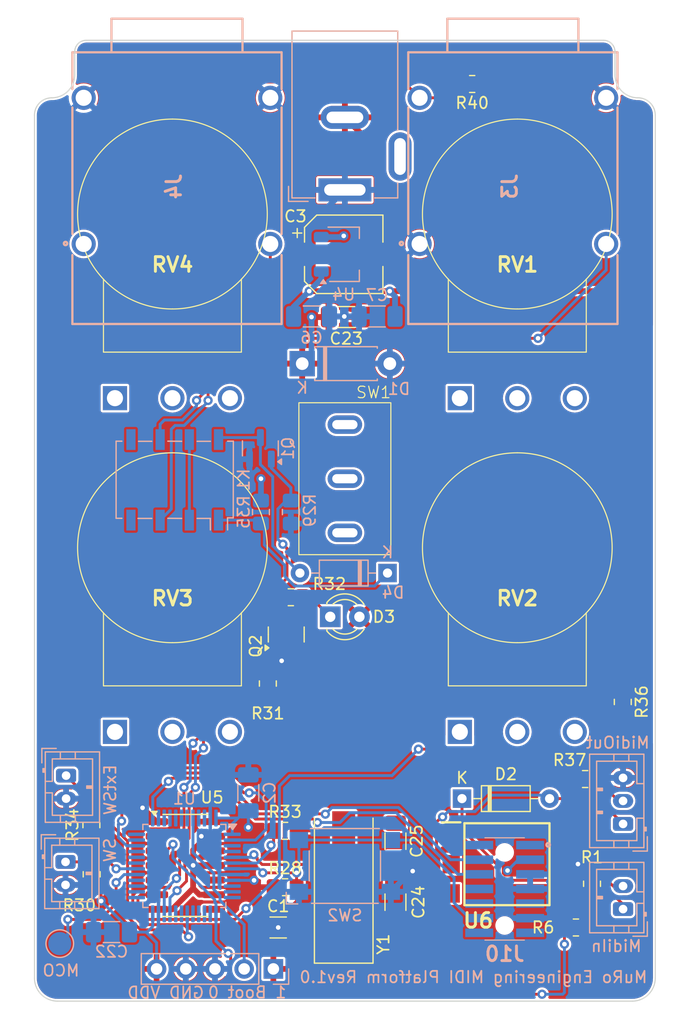
<source format=kicad_pcb>
(kicad_pcb (version 20240108) (generator "pcbnew") (generator_version "8.0")
  (layers (0 "F.Cu" signal) (31 "B.Cu" signal) (34 "B.Paste" user) (35 "F.Paste" user) (36 "B.SilkS" user "B.Silkscreen") (37 "F.SilkS" user "F.Silkscreen") (38 "B.Mask" user) (39 "F.Mask" user) (44 "Edge.Cuts" user))
  (net 0 "")
  (net 1 "GND")
  (net 2 "Net-(D4-K)")
  (net 3 "/MCU/nrst")
  (net 4 "/MidiSig")
  (net 5 "/out_sig")
  (net 8 "/VDD3V3")
  (net 9 "/MCU/OSC_IN")
  (net 10 "Net-(C25-Pad1)")
  (net 12 "/MCU/boot0")
  (net 13 "/MCU/SWDIO")
  (net 14 "/MCU/SWCLK")
  (net 15 "/ExtSW")
  (net 16 "Net-(J9-Pin_2)")
  (net 17 "Net-(J9-Pin_1)")
  (net 18 "/MCU/OSC_OUT")
  (net 19 "/MIDI_TX")
  (net 20 "/SW")
  (net 21 "Net-(U1-PA8)")
  (net 26 "/Relay")
  (net 29 "/LED")
  (net 30 "/VDD")
  (net 31 "/in_sig")
  (net 41 "Net-(D2-A)")
  (net 42 "Net-(D2-K)")
  (net 43 "Net-(D3-K)")
  (net 45 "Net-(J2-Pin_1)")
  (net 46 "Net-(J3-PadT)")
  (net 48 "Net-(J4-PadT)")
  (net 49 "Net-(K1-Pad2)")
  (net 57 "Net-(D4-A)")
  (net 58 "Net-(Q2-D)")
  (net 59 "/InConn")
  (net 62 "/MCU/MIDI_TX")
  (net 85 "Net-(U5-Pad4)")
  (footprint "Resistor_SMD:R_0805_2012Metric_Pad1.20x1.40mm_HandSolder" (layer "F.Cu") (at 40.3 77.4 -90)
    (property "Reference" "R31")
    (property "Value" "100k")
  )
  (footprint "Components:Switch_SPDT" (layer "F.Cu") (at 47 59.6)
    (property "Reference" "SW1")
    (property "Value" "SW_SPDT")
  )
  (footprint "Capacitor_SMD:C_1206_3216Metric_Pad1.33x1.80mm_HandSolder" (layer "F.Cu") (at 47.1375 45.55)
    (property "Reference" "C23")
    (property "Value" "100n")
  )
  (footprint "Resistor_SMD:R_0805_2012Metric_Pad1.20x1.40mm_HandSolder" (layer "F.Cu") (at 24.95 89.7 90)
    (property "Reference" "R34")
    (property "Value" "10k")
  )
  (footprint "Components:RV16AF_Mono" (layer "F.Cu") (at 57 81.6)
    (property "Reference" "RV2")
    (property "Value" "B100k" (hide yes))
  )
  (footprint "Resistor_SMD:R_0805_2012Metric_Pad1.20x1.40mm_HandSolder" (layer "F.Cu") (at 42.3 69.9 180)
    (property "Reference" "R32")
    (property "Value" "1k5")
  )
  (footprint "Components:RV16AF_Mono" (layer "F.Cu") (at 57 52.6)
    (property "Reference" "RV1")
    (property "Value" "B100k" (hide yes))
  )
  (footprint "Package_TO_SOT_SMD:SOT-23" (layer "F.Cu") (at 41.9 73.1375 90)
    (property "Reference" "Q2")
    (property "Value" "2N7002")
  )
  (footprint "Package_SO:SO-14_3.9x8.65mm_P1.27mm" (layer "F.Cu") (at 33.125 93.21)
    (property "Reference" "U5")
    (property "Value" "74HC14")
  )
  (footprint "Resistor_SMD:R_0805_2012Metric_Pad1.20x1.40mm_HandSolder" (layer "F.Cu") (at 24.975 93.975 90)
    (property "Reference" "R30")
    (property "Value" "10k")
  )
  (footprint "Diode_THT:D_DO-35_SOD27_P7.62mm_Horizontal" (layer "F.Cu") (at 57.19 87.4)
    (property "Reference" "D2")
    (property "Value" "1N914")
  )
  (footprint "Capacitor_SMD:C_1206_3216Metric_Pad1.33x1.80mm_HandSolder" (layer "F.Cu") (at 41.2 98.6)
    (property "Reference" "C1")
    (property "Value" "100n")
  )
  (footprint "Resistor_SMD:R_0805_2012Metric_Pad1.20x1.40mm_HandSolder" (layer "F.Cu") (at 67.9 85.7)
    (property "Reference" "R37")
    (property "Value" "33")
  )
  (footprint "Capacitor_SMD:C_1206_3216Metric_Pad1.33x1.80mm_HandSolder" (layer "F.Cu") (at 51.4 96.4 90)
    (property "Reference" "C24")
    (property "Value" "16p")
  )
  (footprint "Resistor_SMD:R_0805_2012Metric_Pad1.20x1.40mm_HandSolder" (layer "F.Cu") (at 67.1 98.6)
    (property "Reference" "R6")
    (property "Value" "280")
  )
  (footprint "Crystal:Crystal_SMD_HC49-SD" (layer "F.Cu") (at 46.9 95 90)
    (property "Reference" "Y1")
    (property "Value" "8MHz")
  )
  (footprint "Resistor_SMD:R_0805_2012Metric_Pad1.20x1.40mm_HandSolder" (layer "F.Cu") (at 41.8 95.1)
    (property "Reference" "R28")
    (property "Value" "10k")
  )
  (footprint "Components:RV16AF_Mono" (layer "F.Cu") (at 27 52.6)
    (property "Reference" "RV4")
    (property "Value" "B100k" (hide yes))
  )
  (footprint "Resistor_SMD:R_0805_2012Metric_Pad1.20x1.40mm_HandSolder" (layer "F.Cu") (at 71.175 79 -90)
    (property "Reference" "R36")
    (property "Value" "10")
  )
  (footprint "Resistor_SMD:R_0805_2012Metric_Pad1.20x1.40mm_HandSolder" (layer "F.Cu") (at 58.075 25.3 180)
    (property "Reference" "R40")
    (property "Value" "10k")
  )
  (footprint "LED_THT:LED_D3.0mm" (layer "F.Cu") (at 45.725 71.6)
    (property "Reference" "D3")
    (property "Value" "LED")
  )
  (footprint "Resistor_SMD:R_0805_2012Metric_Pad1.20x1.40mm_HandSolder" (layer "F.Cu") (at 41.8 90.2)
    (property "Reference" "R33")
    (property "Value" "390")
  )
  (footprint "Components:RV16AF_Mono" (layer "F.Cu") (at 27 81.6)
    (property "Reference" "RV3")
    (property "Value" "B100k" (hide yes))
  )
  (footprint "Capacitor_SMD:CP_Elec_6.3x5.8" (layer "F.Cu") (at 46.9 40.1)
    (property "Reference" "C3")
    (property "Value" "47u")
  )
  (footprint "Components:H11L1SM" (layer "F.Cu") (at 61.1 93.1)
    (property "Reference" "U6")
    (property "Value" "H11L1" (hide yes))
  )
  (footprint "Capacitor_SMD:C_1206_3216Metric_Pad1.33x1.80mm_HandSolder" (layer "F.Cu") (at 51.4 91.1 -90)
    (property "Reference" "C25")
    (property "Value" "16p")
  )
  (footprint "Resistor_SMD:R_0805_2012Metric_Pad1.20x1.40mm_HandSolder" (layer "F.Cu") (at 68.5 94.8 -90)
    (property "Reference" "R1")
    (property "Value" "220")
  )
  (footprint "TestPoint:TestPoint_Pad_D2.0mm" (layer "B.Cu") (at 22.2 100 180)
    (property "Reference" "TP_MCO1" (hide yes))
    (property "Value" "TestPoint")
  )
  (footprint "Components:FTSH-107-XX-YYY-DV-K-A" (layer "B.Cu") (at 60.9 95.25 -90)
    (property "Reference" "J10")
    (property "Value" "Conn_02x07_Odd_Even" (hide yes))
  )
  (footprint "Capacitor_SMD:C_1206_3216Metric_Pad1.33x1.80mm_HandSolder" (layer "B.Cu") (at 49.8 45.5 180)
    (property "Reference" "C7")
    (property "Value" "100n")
  )
  (footprint "Connector_JST:JST_PH_B2B-PH-K_1x02_P2.00mm_Vertical" (layer "B.Cu") (at 22.7 92.9 -90)
    (property "Reference" "J5" (hide yes))
    (property "Value" "Conn_01x02")
  )
  (footprint "Package_TO_SOT_SMD:SOT-23" (layer "B.Cu") (at 39.65 56.9625 90)
    (property "Reference" "Q1")
    (property "Value" "2N7002")
  )
  (footprint "Button_Switch_SMD:SW_SPST_Omron_B3FS-100xP" (layer "B.Cu") (at 47 93.25)
    (property "Reference" "SW2")
    (property "Value" "SW_Push")
  )
  (footprint "Diode_THT:D_DO-35_SOD27_P7.62mm_Horizontal" (layer "B.Cu") (at 50.71 67.8 180)
    (property "Reference" "D4")
    (property "Value" "1N4148")
  )
  (footprint "Capacitor_SMD:C_1206_3216Metric_Pad1.33x1.80mm_HandSolder" (layer "B.Cu") (at 26.7 99 180)
    (property "Reference" "C22")
    (property "Value" "100n")
  )
  (footprint "Connector_JST:JST_PH_B3B-PH-K_1x03_P2.00mm_Vertical" (layer "B.Cu") (at 71.2 89.6 90)
    (property "Reference" "J9" (hide yes))
    (property "Value" "Conn_01x03")
  )
  (footprint "Relay_SMD:Relay_DPDT_Omron_G6K-2F" (layer "B.Cu") (at 32.2 59.7 90)
    (property "Reference" "K1")
    (property "Value" "G6K-2")
  )
  (footprint "Connector_PinHeader_2.54mm:PinHeader_1x05_P2.54mm_Vertical" (layer "B.Cu") (at 40.78 102.2 90)
    (property "Reference" "J6" (hide yes))
    (property "Value" "Conn_01x05")
  )
  (footprint "Connector_JST:JST_PH_B2B-PH-K_1x02_P2.00mm_Vertical" (layer "B.Cu") (at 22.75 85.4 -90)
    (property "Reference" "J8" (hide yes))
    (property "Value" "Conn_01x02")
  )
  (footprint "Diode_THT:D_DO-41_SOD81_P7.62mm_Horizontal" (layer "B.Cu") (at 43.29 49.6)
    (property "Reference" "D1")
    (property "Value" "1N4001")
  )
  (footprint "Resistor_SMD:R_0805_2012Metric_Pad1.20x1.40mm_HandSolder" (layer "B.Cu") (at 39.7 62.5 -90)
    (property "Reference" "R35")
    (property "Value" "180")
  )
  (footprint "Capacitor_SMD:C_1206_3216Metric_Pad1.33x1.80mm_HandSolder" (layer "B.Cu") (at 44.1 45.5)
    (property "Reference" "C6")
    (property "Value" "4u7")
  )
  (footprint "Resistor_SMD:R_0805_2012Metric_Pad1.20x1.40mm_HandSolder" (layer "B.Cu") (at 42.3 62.5 -90)
    (property "Reference" "R29")
    (property "Value" "100k")
  )
  (footprint "Package_QFP:LQFP-48_7x7mm_P0.5mm" (layer "B.Cu") (at 33.0375 93.25 180)
    (property "Reference" "U1")
    (property "Value" "STM32F030C8Tx")
  )
  (footprint "Components:NMJ4HCD2" (layer "B.Cu") (at 61.615 22.545 90)
    (property "Reference" "J3")
    (property "Value" "AudioJack2_Switch" (hide yes))
  )
  (footprint "Capacitor_SMD:C_1206_3216Metric_Pad1.33x1.80mm_HandSolder" (layer "B.Cu") (at 38.6 86.9 90)
    (property "Reference" "C2")
    (property "Value" "100n")
  )
  (footprint "Connector_JST:JST_PH_B2B-PH-K_1x02_P2.00mm_Vertical" (layer "B.Cu") (at 71.2 97 90)
    (property "Reference" "J2" (hide yes))
    (property "Value" "Conn_01x02")
  )
  (footprint "Package_TO_SOT_SMD:SOT-89-3" (layer "B.Cu") (at 46.9 40.1)
    (property "Reference" "U4")
    (property "Value" "L78L33_SOT89")
  )
  (footprint "Components:NMJ4HCD2" (layer "B.Cu") (at 32.39566 22.545 90)
    (property "Reference" "J4")
    (property "Value" "AudioJack2_Switch" (hide yes))
  )
  (footprint "Connector_BarrelJack:BarrelJack_GCT_DCJ200-10-A_Horizontal" (layer "B.Cu") (at 47 34.5)
    (property "Reference" "J1" (hide yes))
    (property "Value" "Barrel_Jack_Switch")
  )
  (gr_arc (start 72.5 26.5) (mid 71.085786 25.914214) (end 70.5 24.5) (stroke (width 0.1)) (layer "Edge.Cuts"))
  (gr_line (start 74 28) (end 74 103) (stroke (width 0.1)) (layer "Edge.Cuts"))
  (gr_arc (start 72.5 26.5) (mid 73.56066 26.93934) (end 74 28) (stroke (width 0.1)) (layer "Edge.Cuts"))
  (gr_line (start 70.5 24.5) (end 70.5 22.5) (stroke (width 0.1)) (layer "Edge.Cuts"))
  (gr_arc (start 20 28) (mid 20.43934 26.93934) (end 21.5 26.5) (stroke (width 0.1)) (layer "Edge.Cuts"))
  (gr_line (start 23.5 24.5) (end 23.5 22.5) (stroke (width 0.1)) (layer "Edge.Cuts"))
  (gr_line (start 72 105) (end 22 105) (stroke (width 0.1)) (layer "Edge.Cuts"))
  (gr_arc (start 22 105) (mid 20.585786 104.414214) (end 20 103) (stroke (width 0.1)) (layer "Edge.Cuts"))
  (gr_arc (start 23.5 24.5) (mid 22.914214 25.914214) (end 21.5 26.5) (stroke (width 0.1)) (layer "Edge.Cuts"))
  (gr_arc (start 23.5 22.5) (mid 23.792893 21.792893) (end 24.5 21.5) (stroke (width 0.1)) (layer "Edge.Cuts"))
  (gr_arc (start 69.5 21.5) (mid 70.207107 21.792893) (end 70.5 22.5) (stroke (width 0.1)) (layer "Edge.Cuts"))
  (gr_arc (start 74 103) (mid 73.414214 104.414214) (end 72 105) (stroke (width 0.1)) (layer "Edge.Cuts"))
  (gr_line (start 20 103) (end 20 28) (stroke (width 0.1)) (layer "Edge.Cuts"))
  (gr_line (start 24.5 21.5) (end 69.5 21.5) (stroke (width 0.1)) (layer "Edge.Cuts"))
  (gr_text "MuRo Engineering MIDI Platform Rev1.0" (at 73.4 103.5 0) (layer "B.SilkS") (effects (font (size 1 1)) (justify left bottom mirror)))
  (gr_text "SW" (at 27.15 90.725 90) (layer "B.SilkS") (effects (font (size 1 1)) (justify left bottom mirror)))
  (gr_text "GND VDD" (at 34.85 104.85 0) (layer "B.SilkS") (effects (font (size 1 1)) (justify left bottom mirror)))
  (gr_text "1 Boot 0" (at 42 104.825 0) (layer "B.SilkS") (effects (font (size 1 1)) (justify left bottom mirror)))
  (gr_text "MidiOut" (at 73.6 83.125 0) (layer "B.SilkS") (effects (font (size 1 1)) (justify left bottom mirror)))
  (gr_text "ExtSW" (at 27.175 84.35 90) (layer "B.SilkS") (effects (font (size 1 1)) (justify left bottom mirror)))
  (gr_text "MCO" (at 24 102.925 0) (layer "B.SilkS") (effects (font (size 1 1)) (justify left bottom mirror)))
  (gr_text "MidiIn" (at 72.9 100.8 0) (layer "B.SilkS") (effects (font (size 1 1)) (justify left bottom mirror)))
  (segment (start 51.4 93.7) (end 52.9 93.7) (width 0.5) (layer "F.Cu") (net 1))
  (segment (start 33.8 91.875) (end 33.8 95.2) (width 0.5) (layer "F.Cu") (net 1))
  (segment (start 42.85 74.075) (end 41.5 75.425) (width 0.25) (layer "F.Cu") (net 1))
  (segment (start 35.6 90.67) (end 35.005 90.67) (width 0.5) (layer "F.Cu") (net 1))
  (segment (start 67.263809 93.1) (end 67.276045 93.087764) (width 0.25) (layer "F.Cu") (net 1))
  (segment (start 65.95 93.1) (end 67.263809 93.1) (width 0.25) (layer "F.Cu") (net 1))
  (segment (start 30.65 97.02) (end 31.98 97.02) (width 0.5) (layer "F.Cu") (net 1))
  (segment (start 34.35 95.75) (end 35.6 95.75) (width 0.5) (layer "F.Cu") (net 1))
  (segment (start 47 45.55) (end 46.95 45.5) (width 0.5) (layer "F.Cu") (net 1))
  (segment (start 51.4 93.7) (end 51.4 92.6625) (width 0.5) (layer "F.Cu") (net 1))
  (segment (start 51.4 94.8375) (end 51.4 93.7) (width 0.5) (layer "F.Cu") (net 1))
  (segment (start 52.64566 40.1) (end 53.51066 39.235) (width 0.5) (layer "F.Cu") (net 1))
  (segment (start 33.8 95.2) (end 34.35 95.75) (width 0.5) (layer "F.Cu") (net 1))
  (segment (start 41.5 77.2) (end 40.3 78.4) (width 0.25) (layer "F.Cu") (net 1))
  (segment (start 33.81 93.21) (end 33.8 93.2) (width 0.5) (layer "F.Cu") (net 1))
  (segment (start 31.98 97.02) (end 33.8 95.2) (width 0.5) (layer "F.Cu") (net 1))
  (segment (start 30.6 89.4) (end 29.4 88.2) (width 0.5) (layer "F.Cu") (net 1))
  (segment (start 48.7 45.55) (end 47 45.55) (width 0.5) (layer "F.Cu") (net 1))
  (segment (start 42.7625 98.6) (end 41.2 98.6) (width 0.25) (layer "F.Cu") (net 1))
  (segment (start 41.5 75.425) (end 41.5 77.2) (width 0.25) (layer "F.Cu") (net 1))
  (segment (start 35.005 90.67) (end 33.8 91.875) (width 0.5) (layer "F.Cu") (net 1))
  (segment (start 49.6 40.1) (end 52.64566 40.1) (width 0.5) (layer "F.Cu") (net 1))
  (segment (start 30.65 89.4) (end 30.6 89.4) (width 0.5) (layer "F.Cu") (net 1))
  (segment (start 35.6 90.67) (end 34.5125 90.67) (width 0.5) (layer "F.Cu") (net 1))
  (segment (start 35.6 93.21) (end 33.81 93.21) (width 0.5) (layer "F.Cu") (net 1))
  (via (at 46.95 45.5) (size 0.8) (drill 0.4) (layers "F.Cu" "B.Cu") (net 1))
  (via (at 34.5125 90.67) (size 0.8) (drill 0.4) (layers "F.Cu" "B.Cu") (net 1))
  (via (at 33.8 93.2) (size 0.8) (drill 0.4) (layers "F.Cu" "B.Cu") (net 1))
  (via (at 67.276045 93.087764) (size 0.8) (drill 0.4) (layers "F.Cu" "B.Cu") (net 1))
  (via (at 29.4 88.2) (size 0.8) (drill 0.4) (layers "F.Cu" "B.Cu") (net 1))
  (via (at 52.9 93.7) (size 0.8) (drill 0.4) (layers "F.Cu" "B.Cu") (net 1))
  (via (at 41.2 98.6) (size 0.8) (drill 0.4) (layers "F.Cu" "B.Cu") (net 1))
  (via (at 41.5 75.425) (size 0.8) (drill 0.4) (layers "F.Cu" "B.Cu") (net 1))
  (segment (start 29.4 88.2) (end 28.6 87.4) (width 0.5) (layer "B.Cu") (net 1))
  (segment (start 43 96.8) (end 43 95.5) (width 0.25) (layer "B.Cu") (net 1))
  (segment (start 46.95 45.5) (end 48.2375 45.5) (width 0.5) (layer "B.Cu") (net 1))
  (segment (start 45.0375 40.1) (end 42.8 40.1) (width 0.5) (layer "B.Cu") (net 1))
  (segment (start 28.6 87.4) (end 22.75 87.4) (width 0.5) (layer "B.Cu") (net 1))
  (segment (start 42.8 38.7) (end 47 34.5) (width 0.5) (layer "B.Cu") (net 1))
  (segment (start 45.0375 40.1) (end 52.64566 40.1) (width 0.5) (layer "B.Cu") (net 1))
  (segment (start 52.8 93.7) (end 51 95.5) (width 0.5) (layer "B.Cu") (net 1))
  (segment (start 52.64566 40.1) (end 53.51066 39.235) (width 0.5) (layer "B.Cu") (net 1))
  (segment (start 42.8 40.1) (end 42.8 38.7) (width 0.5) (layer "B.Cu") (net 1))
  (segment (start 45.6625 45.5) (end 46.95 45.5) (width 0.5) (layer "B.Cu") (net 1))
  (segment (start 52.9 93.7) (end 52.8 93.7) (width 0.5) (layer "B.Cu") (net 1))
  (segment (start 41.2 98.6) (end 43 96.8) (width 0.25) (layer "B.Cu") (net 1))
  (segment (start 50.71 67.8) (end 49.585 68.925) (width 0.25) (layer "B.Cu") (net 2))
  (segment (start 41.776803 67.123198) (end 41.176802 66.523198) (width 0.25) (layer "B.Cu") (net 2))
  (segment (start 39.4 63.2) (end 39.7 63.5) (width 0.25) (layer "B.Cu") (net 2))
  (segment (start 41.176802 66.523198) (end 40 65.346396) (width 0.25) (layer "B.Cu") (net 2))
  (segment (start 49.585 68.925) (end 42.624009 68.925) (width 0.25) (layer "B.Cu") (net 2))
  (segment (start 40 65.346396) (end 40 63.8) (width 0.25) (layer "B.Cu") (net 2))
  (segment (start 41.776803 68.077794) (end 41.776803 67.123198) (width 0.25) (layer "B.Cu") (net 2))
  (segment (start 42.624009 68.925) (end 41.776803 68.077794) (width 0.25) (layer "B.Cu") (net 2))
  (segment (start 36.01 63.2) (end 39.4 63.2) (width 0.25) (layer "B.Cu") (net 2))
  (segment (start 40 63.8) (end 39.7 63.5) (width 0.25) (layer "B.Cu") (net 2))
  (segment (start 42.8 95.1) (end 42.8 93.85) (width 0.25) (layer "F.Cu") (net 3))
  (segment (start 39.859933 93.85) (end 42.8 93.85) (width 0.25) (layer "F.Cu") (net 3))
  (segment (start 39.6375 98.6) (end 39.6375 98.0625) (width 0.25) (layer "F.Cu") (net 3))
  (segment (start 39.6375 98.0625) (end 40.9 96.8) (width 0.25) (layer "F.Cu") (net 3))
  (segment (start 42.8 96.3) (end 42.8 95.1) (width 0.25) (layer "F.Cu") (net 3))
  (segment (start 40.9 96.8) (end 42.3 96.8) (width 0.25) (layer "F.Cu") (net 3))
  (segment (start 42.3 96.8) (end 42.8 96.3) (width 0.25) (layer "F.Cu") (net 3))
  (via (at 39.859933 93.85) (size 0.8) (drill 0.4) (layers "F.Cu" "B.Cu") (net 3))
  (via (at 42.8 93.85) (size 0.8) (drill 0.4) (layers "F.Cu" "B.Cu") (net 3))
  (segment (start 39.509933 93.5) (end 39.859933 93.85) (width 0.25) (layer "B.Cu") (net 3))
  (segment (start 42.8 93.85) (end 42.8 93.4) (width 0.25) (layer "B.Cu") (net 3))
  (segment (start 53.213604 91) (end 51 91) (width 0.25) (layer "B.Cu") (net 3))
  (segment (start 57.84 97.79) (end 56.5 96.45) (width 0.25) (layer "B.Cu") (net 3))
  (segment (start 43 93.2) (end 43 91) (width 0.25) (layer "B.Cu") (net 3))
  (segment (start 56.5 96.45) (end 56.5 94.286396) (width 0.25) (layer "B.Cu") (net 3))
  (segment (start 56.5 94.286396) (end 53.213604 91) (width 0.25) (layer "B.Cu") (net 3))
  (segment (start 42.8 93.4) (end 43 93.2) (width 0.25) (layer "B.Cu") (net 3))
  (segment (start 43 91) (end 51 91) (width 0.25) (layer "B.Cu") (net 3))
  (segment (start 58.685 97.79) (end 57.84 97.79) (width 0.25) (layer "B.Cu") (net 3))
  (segment (start 37.2 93.5) (end 39.509933 93.5) (width 0.25) (layer "B.Cu") (net 3))
  (segment (start 66.1 95.79) (end 65.95 95.64) (width 0.25) (layer "F.Cu") (net 4))
  (segment (start 66.1 98.6) (end 66.1 95.79) (width 0.25) (layer "F.Cu") (net 4))
  (segment (start 36.85 100.85) (end 37.065 101.065) (width 0.25) (layer "F.Cu") (net 4))
  (segment (start 66.1 98.6) (end 66.1 100.05) (width 0.25) (layer "F.Cu") (net 4))
  (segment (start 30.65 91.94) (end 31.479786 91.94) (width 0.25) (layer "F.Cu") (net 4))
  (segment (start 37.65 104.4) (end 64.15 104.4) (width 0.25) (layer "F.Cu") (net 4))
  (segment (start 37.065 103.815) (end 37.65 104.4) (width 0.25) (layer "F.Cu") (net 4))
  (segment (start 31.479786 91.94) (end 32.05 91.369786) (width 0.25) (layer "F.Cu") (net 4))
  (segment (start 37.065 101.065) (end 37.065 103.815) (width 0.25) (layer "F.Cu") (net 4))
  (via (at 64.15 104.4) (size 0.8) (drill 0.4) (layers "F.Cu" "B.Cu") (net 4))
  (via (at 32.05 91.369786) (size 0.8) (drill 0.4) (layers "F.Cu" "B.Cu") (net 4))
  (via (at 66.1 100.05) (size 0.8) (drill 0.4) (layers "F.Cu" "B.Cu") (net 4))
  (via (at 36.85 100.85) (size 0.8) (drill 0.4) (layers "F.Cu" "B.Cu") (net 4))
  (segment (start 35.7875 96.52916) (end 35.6875 96.42916) (width 0.25) (layer "B.Cu") (net 4))
  (segment (start 65.95 104.4) (end 64.15 104.4) (width 0.25) (layer "B.Cu") (net 4))
  (segment (start 35.6875 96.2) (end 32.11875 92.63125) (width 0.25) (layer "B.Cu") (net 4))
  (segment (start 35.7875 99.7875) (end 35.7875 97.4125) (width 0.25) (layer "B.Cu") (net 4))
  (segment (start 36.85 100.85) (end 35.7875 99.7875) (width 0.25) (layer "B.Cu") (net 4))
  (segment (start 35.7875 97.4125) (end 35.7875 96.52916) (width 0.25) (layer "B.Cu") (net 4))
  (segment (start 35.6875 96.42916) (end 35.6875 96.2) (width 0.25) (layer "B.Cu") (net 4))
  (segment (start 66.1 104.25) (end 65.95 104.4) (width 0.25) (layer "B.Cu") (net 4))
  (segment (start 66.1 100.05) (end 66.1 104.25) (width 0.25) (layer "B.Cu") (net 4))
  (segment (start 32.05 92.5625) (end 32.11875 92.63125) (width 0.25) (layer "B.Cu") (net 4))
  (segment (start 32.05 91.369786) (end 32.05 92.5625) (width 0.25) (layer "B.Cu") (net 4))
  (segment (start 38.3 90.2) (end 38.6 89.9) (width 0.25) (layer "F.Cu") (net 8))
  (segment (start 65.79 90.6) (end 65.83 90.56) (width 0.5) (layer "F.Cu") (net 8))
  (segment (start 63.15 43.3) (end 69.9 43.3) (width 0.5) (layer "F.Cu") (net 8))
  (segment (start 35.6 89.4) (end 38.1 89.4) (width 0.25) (layer "F.Cu") (net 8))
  (segment (start 43.9 43.3) (end 50.9 43.3) (width 0.5) (layer "F.Cu") (net 8))
  (segment (start 38.1 89.4) (end 38.6 89.9) (width 0.25) (layer "F.Cu") (net 8))
  (segment (start 60.375 25.3) (end 63.15 28.075) (width 0.5) (layer "F.Cu") (net 8))
  (segment (start 25.8 95.8) (end 24.975 94.975) (width 0.25) (layer "F.Cu") (net 8))
  (segment (start 61.15 93.65) (end 62.9 91.9) (width 0.25) (layer "F.Cu") (net 8))
  (segment (start 50.9 43.3) (end 63.15 43.3) (width 0.5) (layer "F.Cu") (net 8))
  (segment (start 69.9 43.3) (end 73.2 46.6) (width 0.5) (layer "F.Cu") (net 8))
  (segment (start 38.3 93.2) (end 38.3 90.2) (width 0.25) (layer "F.Cu") (net 8))
  (segment (start 25.8 96.3) (end 25.8 95.8) (width 0.25) (layer "F.Cu") (net 8))
  (segment (start 73.2 46.6) (end 73.2 83.8) (width 0.5) (layer "F.Cu") (net 8))
  (segment (start 65.83 90.56) (end 65.95 90.56) (width 0.5) (layer "F.Cu") (net 8))
  (segment (start 63.15 28.075) (end 63.15 43.3) (width 0.5) (layer "F.Cu") (net 8))
  (segment (start 39.1 94) (end 38.3 93.2) (width 0.25) (layer "F.Cu") (net 8))
  (segment (start 59.075 25.3) (end 60.375 25.3) (width 0.5) (layer "F.Cu") (net 8))
  (segment (start 73.2 83.8) (end 72.8 84.2) (width 0.5) (layer "F.Cu") (net 8))
  (segment (start 39.7 95.1) (end 39.1 94.5) (width 0.25) (layer "F.Cu") (net 8))
  (segment (start 39.1 94.5) (end 39.1 94) (width 0.25) (layer "F.Cu") (net 8))
  (segment (start 40.8 95.1) (end 39.7 95.1) (width 0.25) (layer "F.Cu") (net 8))
  (via (at 50.9 43.3) (size 0.8) (drill 0.4) (layers "F.Cu" "B.Cu") (net 8))
  (via (at 38.6 89.9) (size 0.8) (drill 0.4) (layers "F.Cu" "B.Cu") (net 8))
  (via (at 25.8 96.3) (size 0.8) (drill 0.4) (layers "F.Cu" "B.Cu") (net 8))
  (via (at 39.1 94.5) (size 0.8) (drill 0.4) (layers "F.Cu" "B.Cu") (net 8))
  (via (at 61.15 93.65) (size 0.8) (drill 0.4) (layers "F.Cu" "B.Cu") (net 8))
  (via (at 43.9 43.3) (size 0.8) (drill 0.4) (layers "F.Cu" "B.Cu") (net 8))
  (segment (start 44.95 41.6) (end 44.95 42.25) (width 0.5) (layer "B.Cu") (net 8))
  (segment (start 42.5375 45.5) (end 42.5375 44.6625) (width 0.5) (layer "B.Cu") (net 8))
  (segment (start 38.6 89.9) (end 38.6 88.4625) (width 0.25) (layer "B.Cu") (net 8))
  (segment (start 37.2 94.5) (end 39.1 94.5) (width 0.25) (layer "B.Cu") (net 8))
  (segment (start 29.8 99) (end 30.2875 98.5125) (width 0.25) (layer "B.Cu") (net 8))
  (segment (start 30.62 99.92) (end 29.7 99) (width 0.25) (layer "B.Cu") (net 8))
  (segment (start 35.7875 89.0875) (end 37.6875 89.0875) (width 0.25) (layer "B.Cu") (net 8))
  (segment (start 28.2625 98.7625) (end 28.2625 99) (width 0.25) (layer "B.Cu") (net 8))
  (segment (start 51.3625 45.5) (end 51.3625 43.7625) (width 0.5) (layer "B.Cu") (net 8))
  (segment (start 29.7 99) (end 29.8 99) (width 0.25) (layer "B.Cu") (net 8))
  (segment (start 44.95 42.25) (end 43.9 43.3) (width 0.5) (layer "B.Cu") (net 8))
  (segment (start 37.2 90.5) (end 37.2 89.6) (width 0.25) (layer "B.Cu") (net 8))
  (segment (start 30.62 102.2) (end 30.62 99.92) (width 0.25) (layer "B.Cu") (net 8))
  (segment (start 38.3375 88.4625) (end 38.6 88.4625) (width 0.25) (layer "B.Cu") (net 8))
  (segment (start 25.8 96.3) (end 28.2625 98.7625) (width 0.25) (layer "B.Cu") (net 8))
  (segment (start 30.2875 98.5125) (end 30.2875 97.4125) (width 0.25) (layer "B.Cu") (net 8))
  (segment (start 63.115 92.71) (end 62.09 92.71) (width 0.25) (layer "B.Cu") (net 8))
  (segment (start 51.3625 43.7625) (end 50.9 43.3) (width 0.5) (layer "B.Cu") (net 8))
  (segment (start 37.7 89.1) (end 38.3375 88.4625) (width 0.25) (layer "B.Cu") (net 8))
  (segment (start 62.09 92.71) (end 61.15 93.65) (width 0.25) (layer "B.Cu") (net 8))
  (segment (start 28.2625 99) (end 29.7 99) (width 0.25) (layer "B.Cu") (net 8))
  (segment (start 42.5375 44.6625) (end 43.9 43.3) (width 0.5) (layer "B.Cu") (net 8))
  (segment (start 37.6875 89.0875) (end 37.7 89.1) (width 0.25) (layer "B.Cu") (net 8))
  (segment (start 37.2 89.6) (end 37.7 89.1) (width 0.25) (layer "B.Cu") (net 8))
  (segment (start 48.2 97.95) (end 51.3875 97.95) (width 0.25) (layer "F.Cu") (net 9))
  (segment (start 39.799695 93.125) (end 45.025 93.125) (width 0.25) (layer "F.Cu") (net 9))
  (segment (start 46.9 95) (end 46.9 99.25) (width 0.25) (layer "F.Cu") (net 9))
  (segment (start 39.087347 92.275) (end 39.375 92.562653) (width 0.25) (layer "F.Cu") (net 9))
  (segment (start 45.025 93.125) (end 46.9 95) (width 0.25) (layer "F.Cu") (net 9))
  (segment (start 51.3875 97.95) (end 51.4 97.9625) (width 0.25) (layer "F.Cu") (net 9))
  (segment (start 39.375 92.700305) (end 39.799695 93.125) (width 0.25) (layer "F.Cu") (net 9))
  (segment (start 46.9 99.25) (end 48.2 97.95) (width 0.25) (layer "F.Cu") (net 9))
  (segment (start 39.375 92.562653) (end 39.375 92.700305) (width 0.25) (layer "F.Cu") (net 9))
  (via (at 39.087347 92.275) (size 0.8) (drill 0.4) (layers "F.Cu" "B.Cu") (net 9))
  (segment (start 38.862347 92.5) (end 39.087347 92.275) (width 0.25) (layer "B.Cu") (net 9))
  (segment (start 37.2 92.5) (end 38.862347 92.5) (width 0.25) (layer "B.Cu") (net 9))
  (segment (start 48.2 89.45) (end 51.3125 89.45) (width 0.25) (layer "F.Cu") (net 10))
  (segment (start 46.35 90.2) (end 46.9 90.75) (width 0.25) (layer "F.Cu") (net 10))
  (segment (start 51.3125 89.45) (end 51.4 89.5375) (width 0.25) (layer "F.Cu") (net 10))
  (segment (start 42.8 90.2) (end 46.35 90.2) (width 0.25) (layer "F.Cu") (net 10))
  (segment (start 46.9 90.75) (end 48.2 89.45) (width 0.25) (layer "F.Cu") (net 10))
  (segment (start 36.1375 95.8375) (end 35.6 95.3) (width 0.25) (layer "B.Cu") (net 12))
  (segment (start 35.6 95.3) (end 35.6 93.9) (width 0.25) (layer "B.Cu") (net 12))
  (segment (start 33.7875 92.0875) (end 33.7875 89.0875) (width 0.25) (layer "B.Cu") (net 12))
  (segment (start 35.6 93.9) (end 33.7875 92.0875) (width 0.25) (layer "B.Cu") (net 12))
  (segment (start 38.24 102.2) (end 38.24 98.345264) (width 0.25) (layer "B.Cu") (net 12))
  (segment (start 38.24 98.345264) (end 36.1375 96.242764) (width 0.25) (layer "B.Cu") (net 12))
  (segment (start 36.1375 96.242764) (end 36.1375 95.8375) (width 0.25) (layer "B.Cu") (net 12))
  (segment (start 45.274998 88.725) (end 39.411396 88.725) (width 0.25) (layer "F.Cu") (net 13))
  (segment (start 35.861396 85.175) (end 29.4549 85.175) (width 0.25) (layer "F.Cu") (net 13))
  (segment (start 29.4549 85.175) (end 27.6 87.0299) (width 0.25) (layer "F.Cu") (net 13))
  (segment (start 27.6 87.0299) (end 27.6 89.325) (width 0.25) (layer "F.Cu") (net 13))
  (segment (start 27.6 89.325) (end 27.575 89.35) (width 0.25) (layer "F.Cu") (net 13))
  (segment (start 45.299998 88.75) (end 45.274998 88.725) (width 0.25) (layer "F.Cu") (net 13))
  (segment (start 39.411396 88.725) (end 35.861396 85.175) (width 0.25) (layer "F.Cu") (net 13))
  (via (at 27.575 89.35) (size 0.8) (drill 0.4) (layers "F.Cu" "B.Cu") (net 13))
  (via (at 45.299998 88.75) (size 0.8) (drill 0.4) (layers "F.Cu" "B.Cu") (net 13))
  (segment (start 45.874998 88.175) (end 51.661396 88.175) (width 0.25) (layer "B.Cu") (net 13))
  (segment (start 27.3 90.780264) (end 28.019736 91.5) (width 0.25) (layer "B.Cu") (net 13))
  (segment (start 56.196396 92.71) (end 58.685 92.71) (width 0.25) (layer "B.Cu") (net 13))
  (segment (start 27.575 89.35) (end 27.3 89.625) (width 0.25) (layer "B.Cu") (net 13))
  (segment (start 51.661396 88.175) (end 56.196396 92.71) (width 0.25) (layer "B.Cu") (net 13))
  (segment (start 28.019736 91.5) (end 28.875 91.5) (width 0.25) (layer "B.Cu") (net 13))
  (segment (start 45.299998 88.75) (end 45.874998 88.175) (width 0.25) (layer "B.Cu") (net 13))
  (segment (start 27.3 89.625) (end 27.3 90.780264) (width 0.25) (layer "B.Cu") (net 13))
  (segment (start 39.225 89.175) (end 35.675 85.625) (width 0.25) (layer "F.Cu") (net 14))
  (segment (start 35.675 85.625) (end 31.925 85.625) (width 0.25) (layer "F.Cu") (net 14))
  (segment (start 31.925 85.625) (end 31.65 85.9) (width 0.25) (layer "F.Cu") (net 14))
  (segment (start 44.611249 89.475) (end 44.311249 89.175) (width 0.25) (layer "F.Cu") (net 14))
  (segment (start 44.311249 89.175) (end 39.225 89.175) (width 0.25) (layer "F.Cu") (net 14))
  (via (at 31.65 85.9) (size 0.8) (drill 0.4) (layers "F.Cu" "B.Cu") (net 14))
  (via (at 44.611249 89.475) (size 0.8) (drill 0.4) (layers "F.Cu" "B.Cu") (net 14))
  (segment (start 47.425 88.625) (end 51.475 88.625) (width 0.25) (layer "B.Cu") (net 14))
  (segment (start 46.575 89.475) (end 47.425 88.625) (width 0.25) (layer "B.Cu") (net 14))
  (segment (start 30.2875 87.2625) (end 31.65 85.9) (width 0.25) (layer "B.Cu") (net 14))
  (segment (start 56.83 93.98) (end 58.685 93.98) (width 0.25) (layer "B.Cu") (net 14))
  (segment (start 44.611249 89.475) (end 46.575 89.475) (width 0.25) (layer "B.Cu") (net 14))
  (segment (start 30.2875 89.0875) (end 30.2875 87.2625) (width 0.25) (layer "B.Cu") (net 14))
  (segment (start 51.475 88.625) (end 56.83 93.98) (width 0.25) (layer "B.Cu") (net 14))
  (segment (start 24.95 87.6) (end 22.75 85.4) (width 0.25) (layer "F.Cu") (net 15))
  (segment (start 28.1 97.672792) (end 28.1 91.1) (width 0.25) (layer "F.Cu") (net 15))
  (segment (start 24.95 88.7) (end 24.95 87.6) (width 0.25) (layer "F.Cu") (net 15))
  (segment (start 33.4 99.4) (end 32.8 98.8) (width 0.25) (layer "F.Cu") (net 15))
  (segment (start 32.8 98.8) (end 29.227208 98.8) (width 0.25) (layer "F.Cu") (net 15))
  (segment (start 25.7 88.7) (end 24.95 88.7) (width 0.25) (layer "F.Cu") (net 15))
  (segment (start 28.1 91.1) (end 25.7 88.7) (width 0.25) (layer "F.Cu") (net 15))
  (segment (start 29.227208 98.8) (end 28.1 97.672792) (width 0.25) (layer "F.Cu") (net 15))
  (via (at 33.4 99.4) (size 0.8) (drill 0.4) (layers "F.Cu" "B.Cu") (net 15))
  (segment (start 33.4 99.4) (end 33.2875 99.2875) (width 0.25) (layer "B.Cu") (net 15))
  (segment (start 33.2875 99.2875) (end 33.2875 97.4125) (width 0.25) (layer "B.Cu") (net 15))
  (segment (start 71.175 80) (end 70.45 80.725) (width 0.25) (layer "F.Cu") (net 16))
  (segment (start 70 85.2) (end 70 86.8) (width 0.25) (layer "F.Cu") (net 16))
  (segment (start 70.8 87.6) (end 71.2 87.6) (width 0.25) (layer "F.Cu") (net 16))
  (segment (start 70.45 84.75) (end 70 85.2) (width 0.25) (layer "F.Cu") (net 16))
  (segment (start 70 86.8) (end 70.8 87.6) (width 0.25) (layer "F.Cu") (net 16))
  (segment (start 70.45 80.725) (end 70.45 84.75) (width 0.25) (layer "F.Cu") (net 16))
  (segment (start 70 87.436396) (end 70 88.4) (width 0.25) (layer "F.Cu") (net 17))
  (segment (start 68.9 86.336396) (end 70 87.436396) (width 0.25) (layer "F.Cu") (net 17))
  (segment (start 70 88.4) (end 71.2 89.6) (width 0.25) (layer "F.Cu") (net 17))
  (segment (start 68.9 85.7) (end 68.9 86.336396) (width 0.25) (layer "F.Cu") (net 17))
  (segment (start 40.8 91.225) (end 40.8 90.2) (width 0.25) (layer "F.Cu") (net 18))
  (segment (start 40.575 91.45) (end 40.8 91.225) (width 0.25) (layer "F.Cu") (net 18))
  (via (at 40.575 91.45) (size 0.8) (drill 0.4) (layers "F.Cu" "B.Cu") (net 18))
  (segment (start 40.575 91.812652) (end 39.387652 93) (width 0.25) (layer "B.Cu") (net 18))
  (segment (start 40.575 91.45) (end 40.575 91.812652) (width 0.25) (layer "B.Cu") (net 18))
  (segment (start 39.387652 93) (end 37.2 93) (width 0.25) (layer "B.Cu") (net 18))
  (segment (start 29 96) (end 29.25 95.75) (width 0.25) (layer "F.Cu") (net 19))
  (segment (start 29 97.3) (end 29 96) (width 0.25) (layer "F.Cu") (net 19))
  (segment (start 38.4 96.95) (end 37.45 97.9) (width 0.25) (layer "F.Cu") (net 19))
  (segment (start 70 79.175) (end 71.175 78) (width 0.25) (layer "F.Cu") (net 19))
  (segment (start 69.5 83.1) (end 70 82.6) (width 0.25) (layer "F.Cu") (net 19))
  (segment (start 29.6 97.9) (end 29 97.3) (width 0.25) (layer "F.Cu") (net 19))
  (segment (start 53.4 83.1) (end 69.5 83.1) (width 0.25) (layer "F.Cu") (net 19))
  (segment (start 29.25 95.75) (end 30.65 95.75) (width 0.25) (layer "F.Cu") (net 19))
  (segment (start 70 82.6) (end 70 79.175) (width 0.25) (layer "F.Cu") (net 19))
  (segment (start 37.45 97.9) (end 29.6 97.9) (width 0.25) (layer "F.Cu") (net 19))
  (via (at 53.4 83.1) (size 0.8) (drill 0.4) (layers "F.Cu" "B.Cu") (net 19))
  (via (at 38.4 96.95) (size 0.8) (drill 0.4) (layers "F.Cu" "B.Cu") (net 19))
  (segment (start 41.3 94.05) (end 41.3 86.3) (width 0.25) (layer "B.Cu") (net 19))
  (segment (start 41.3 86.3) (end 42.2 85.4) (width 0.25) (layer "B.Cu") (net 19))
  (segment (start 42.2 85.4) (end 51.1 85.4) (width 0.25) (layer "B.Cu") (net 19))
  (segment (start 51.1 85.4) (end 53.4 83.1) (width 0.25) (layer "B.Cu") (net 19))
  (segment (start 38.4 96.95) (end 41.3 94.05) (width 0.25) (layer "B.Cu") (net 19))
  (segment (start 22.7 92.9) (end 24.9 92.9) (width 0.25) (layer "F.Cu") (net 20))
  (segment (start 24.9 92.9) (end 24.975 92.975) (width 0.25) (layer "F.Cu") (net 20))
  (segment (start 24.975 92.975) (end 26.575 92.975) (width 0.25) (layer "F.Cu") (net 20))
  (segment (start 26.575 92.975) (end 27.1 93.5) (width 0.25) (layer "F.Cu") (net 20))
  (via (at 27.1 93.5) (size 0.8) (drill 0.4) (layers "F.Cu" "B.Cu") (net 20))
  (segment (start 27.1 93.5) (end 28.875 93.5) (width 0.25) (layer "B.Cu") (net 20))
  (segment (start 23.3 97.9) (end 25.714213 97.9) (width 0.25) (layer "F.Cu") (net 21))
  (segment (start 25.714213 97.9) (end 27.1 96.514213) (width 0.25) (layer "F.Cu") (net 21))
  (segment (start 23.3 97.9) (end 22.9 97.9) (width 0.25) (layer "F.Cu") (net 21))
  (segment (start 27.1 96.514213) (end 27.1 94.7) (width 0.25) (layer "F.Cu") (net 21))
  (via (at 22.9 97.9) (size 0.8) (drill 0.4) (layers "F.Cu" "B.Cu") (net 21))
  (via (at 27.1 94.7) (size 0.8) (drill 0.4) (layers "F.Cu" "B.Cu") (net 21))
  (segment (start 22.9 99.3) (end 22.2 100) (width 0.25) (layer "B.Cu") (net 21))
  (segment (start 22.9 97.9) (end 22.9 99.3) (width 0.25) (layer "B.Cu") (net 21))
  (segment (start 27.8 94) (end 28.875 94) (width 0.25) (layer "B.Cu") (net 21))
  (segment (start 27.1 94.7) (end 27.8 94) (width 0.25) (layer "B.Cu") (net 21))
  (segment (start 32.775 92.563299) (end 32.625 92.713299) (width 0.25) (layer "F.Cu") (net 26))
  (segment (start 40.113604 74.275) (end 39.275 75.113604) (width 0.25) (layer "F.Cu") (net 26))
  (segment (start 39.275 76.788604) (end 38.313604 77.75) (width 0.25) (layer "F.Cu") (net 26))
  (segment (start 38.313604 77.75) (end 38.313604 79.05) (width 0.25) (layer "F.Cu") (net 26))
  (segment (start 32.775 90.875431) (end 32.775 92.563299) (width 0.25) (layer "F.Cu") (net 26))
  (segment (start 41.965 68.235) (end 41.325 68.875) (width 0.25) (layer "F.Cu") (net 26))
  (segment (start 32.625 94.060725) (end 32.35 94.335725) (width 0.25) (layer "F.Cu") (net 26))
  (segment (start 40.7049 68.875) (end 40.113604 69.466296) (width 0.25) (layer "F.Cu") (net 26))
  (segment (start 39.275 75.113604) (end 39.275 76.788604) (width 0.25) (layer "F.Cu") (net 26))
  (segment (start 41.607653 65.292347) (end 41.965 65.649694) (width 0.25) (layer "F.Cu") (net 26))
  (segment (start 40.113604 69.466296) (end 40.113604 74.275) (width 0.25) (layer "F.Cu") (net 26))
  (segment (start 34.25 81.213604) (end 34.25 82.130046) (width 0.25) (layer "F.Cu") (net 26))
  (segment (start 32.625 92.713299) (end 32.625 94.060725) (width 0.25) (layer "F.Cu") (net 26))
  (segment (start 41.965 65.649694) (end 41.965 68.235) (width 0.25) (layer "F.Cu") (net 26))
  (segment (start 33 90.650431) (end 32.775 90.875431) (width 0.25) (layer "F.Cu") (net 26))
  (segment (start 34.25 82.130046) (end 33.786186 82.59386) (width 0.25) (layer "F.Cu") (net 26))
  (segment (start 36.413604 79.05) (end 34.25 81.213604) (width 0.25) (layer "F.Cu") (net 26))
  (segment (start 41.325 68.875) (end 40.7049 68.875) (width 0.25) (layer "F.Cu") (net 26))
  (segment (start 33 86.425) (end 33 90.650431) (width 0.25) (layer "F.Cu") (net 26))
  (segment (start 38.313604 79.05) (end 36.413604 79.05) (width 0.25) (layer "F.Cu") (net 26))
  (via (at 32.35 94.335725) (size 0.8) (drill 0.4) (layers "F.Cu" "B.Cu") (net 26))
  (via (at 33.786186 82.59386) (size 0.8) (drill 0.4) (layers "F.Cu" "B.Cu") (net 26))
  (via (at 41.607653 65.292347) (size 0.8) (drill 0.4) (layers "F.Cu" "B.Cu") (net 26))
  (via (at 33 86.425) (size 0.8) (drill 0.4) (layers "F.Cu" "B.Cu") (net 26))
  (segment (start 33.275003 86.149997) (end 33.275003 86.124695) (width 0.25) (layer "B.Cu") (net 26))
  (segment (start 41.9 61.5) (end 42.3 61.5) (width 0.25) (layer "B.Cu") (net 26))
  (segment (start 40.6 58.677012) (end 40.6 57.9) (width 0.25) (layer "B.Cu") (net 26))
  (segment (start 41.175 62.225) (end 41.9 61.5) (width 0.25) (layer "B.Cu") (net 26))
  (segment (start 33 86.425) (end 33.275003 86.149997) (width 0.25) (layer "B.Cu") (net 26))
  (segment (start 42.3 61.5) (end 42.3 60.377012) (width 0.25) (layer "B.Cu") (net 26))
  (segment (start 31.2875 95.398225) (end 32.35 94.335725) (width 0.25) (layer "B.Cu") (net 26))
  (segment (start 33.550003 85.849695) (end 33.550003 82.830043) (width 0.25) (layer "B.Cu") (net 26))
  (segment (start 41.607653 65.292347) (end 41.175 64.859694) (width 0.25) (layer "B.Cu") (net 26))
  (segment (start 33.275003 86.124695) (end 33.550003 85.849695) (width 0.25) (layer "B.Cu") (net 26))
  (segment (start 33.550003 82.830043) (end 33.786186 82.59386) (width 0.25) (layer "B.Cu") (net 26))
  (segment (start 31.2875 97.4125) (end 31.2875 95.398225) (width 0.25) (layer "B.Cu") (net 26))
  (segment (start 41.175 64.859694) (end 41.175 62.225) (width 0.25) (layer "B.Cu") (net 26))
  (segment (start 42.3 60.377012) (end 40.6 58.677012) (width 0.25) (layer "B.Cu") (net 26))
  (segment (start 33.225 91.061827) (end 33.225 92.749695) (width 0.25) (layer "F.Cu") (net 29))
  (segment (start 38.8 77.9) (end 40.3 76.4) (width 0.25) (layer "F.Cu") (net 29))
  (segment (start 36.6 79.5) (end 38.5 79.5) (width 0.25) (layer "F.Cu") (net 29))
  (segment (start 34.000003 86.425) (end 34.000003 86.450302) (width 0.25) (layer "F.Cu") (net 29))
  (segment (start 40.3 76.4) (end 40.3 74.725) (width 0.25) (layer "F.Cu") (net 29))
  (segment (start 34.7 81.4) (end 36.6 79.5) (width 0.25) (layer "F.Cu") (net 29))
  (segment (start 40.3 74.725) (end 40.95 74.075) (width 0.25) (layer "F.Cu") (net 29))
  (segment (start 33.45 87.000305) (end 33.45 90.836827) (width 0.25) (layer "F.Cu") (net 29))
  (segment (start 33.225 92.749695) (end 33.075 92.899695) (width 0.25) (layer "F.Cu") (net 29))
  (segment (start 34.7 83) (end 34.7 81.4) (width 0.25) (layer "F.Cu") (net 29))
  (segment (start 38.8 79.2) (end 38.8 77.9) (width 0.25) (layer "F.Cu") (net 29))
  (segment (start 33.075 92.899695) (end 33.075 93.500305) (width 0.25) (layer "F.Cu") (net 29))
  (segment (start 34.000003 86.450302) (end 33.45 87.000305) (width 0.25) (layer "F.Cu") (net 29))
  (segment (start 38.5 79.5) (end 38.8 79.2) (width 0.25) (layer "F.Cu") (net 29))
  (segment (start 33.075 93.500305) (end 33.225 93.650305) (width 0.25) (layer "F.Cu") (net 29))
  (segment (start 33.45 90.836827) (end 33.225 91.061827) (width 0.25) (layer "F.Cu") (net 29))
  (segment (start 33.225 94.572918) (end 32.398959 95.398959) (width 0.25) (layer "F.Cu") (net 29))
  (segment (start 33.225 93.650305) (end 33.225 94.572918) (width 0.25) (layer "F.Cu") (net 29))
  (via (at 34.7 83) (size 0.8) (drill 0.4) (layers "F.Cu" "B.Cu") (net 29))
  (via (at 32.398959 95.398959) (size 0.8) (drill 0.4) (layers "F.Cu" "B.Cu") (net 29))
  (via (at 34.000003 86.425) (size 0.8) (drill 0.4) (layers "F.Cu" "B.Cu") (net 29))
  (segment (start 34.000003 83.699997) (end 34.7 83) (width 0.25) (layer "B.Cu") (net 29))
  (segment (start 32.398959 95.398959) (end 31.7875 96.010418) (width 0.25) (layer "B.Cu") (net 29))
  (segment (start 31.7875 96.010418) (end 31.7875 97.4125) (width 0.25) (layer "B.Cu") (net 29))
  (segment (start 34.000003 86.425) (end 34.000003 83.699997) (width 0.25) (layer "B.Cu") (net 29))
  (segment (start 41.4 49.6) (end 43.29 49.6) (width 0.5) (layer "F.Cu") (net 30))
  (segment (start 46.9 37.3) (end 45.4 37.3) (width 0.5) (layer "F.Cu") (net 30))
  (segment (start 50.2 37.3) (end 46.9 37.3) (width 0.5) (layer "F.Cu") (net 30))
  (segment (start 50.35 31.55) (end 50.35 37.15) (width 0.5) (layer "F.Cu") (net 30))
  (segment (start 42.225 42.075) (end 44.2 40.1) (width 0.5) (layer "F.Cu") (net 30))
  (segment (start 44.1 45.55) (end 43.275 45.55) (width 0.5) (layer "F.Cu") (net 30))
  (segment (start 44.2 38.5) (end 44.2 40.1) (width 0.5) (layer "F.Cu") (net 30))
  (segment (start 43.275 45.55) (end 42.225 44.5) (width 0.5) (layer "F.Cu") (net 30))
  (segment (start 42.225 44.5) (end 42.225 42.075) (width 0.5) (layer "F.Cu") (net 30))
  (segment (start 45.575 45.55) (end 44.1 45.55) (width 0.5) (layer "F.Cu") (net 30))
  (segment (start 39.7 59.6) (end 39.7 51.3) (width 0.5) (layer "F.Cu") (net 30))
  (segment (start 47 28.2) (end 50.35 31.55) (width 0.5) (layer "F.Cu") (net 30))
  (segment (start 39.7 51.3) (end 41.4 49.6) (width 0.5) (layer "F.Cu") (net 30))
  (segment (start 45.4 37.3) (end 44.2 38.5) (width 0.5) (layer "F.Cu") (net 30))
  (segment (start 46.9 38.5) (end 46.9 37.3) (width 0.5) (layer "F.Cu") (net 30))
  (segment (start 50.35 37.15) (end 50.2 37.3) (width 0.5) (layer "F.Cu") (net 30))
  (via (at 39.7 59.6) (size 0.8) (drill 0.4) (layers "F.Cu" "B.Cu") (net 30))
  (via (at 44.1 45.55) (size 0.8) (drill 0.4) (layers "F.Cu" "B.Cu") (net 30))
  (via (at 46.9 38.5) (size 0.8) (drill 0.4) (layers "F.Cu" "B.Cu") (net 30))
  (segment (start 44.1 45.55) (end 44.1 48.79) (width 0.5) (layer "B.Cu") (net 30))
  (segment (start 44.1 48.79) (end 43.29 49.6) (width 0.5) (layer "B.Cu") (net 30))
  (segment (start 39.7 61.5) (end 39.7 59.6) (width 0.5) (layer "B.Cu") (net 30))
  (segment (start 44.95 38.6) (end 46.8 38.6) (width 0.5) (layer "B.Cu") (net 30))
  (segment (start 46.8 38.6) (end 46.9 38.5) (width 0.5) (layer "B.Cu") (net 30))
  (segment (start 69.525 94.188604) (end 69.525 93.2049) (width 0.25) (layer "F.Cu") (net 41))
  (segment (start 67.025 88.225) (end 66.2 87.4) (width 0.25) (layer "F.Cu") (net 41))
  (segment (start 71.2 95) (end 70.336396 95) (width 0.25) (layer "F.Cu") (net 41))
  (segment (start 54.975 89.435) (end 55.41 89) (width 0.25) (layer "F.Cu") (net 41))
  (segment (start 70.336396 95) (end 69.525 94.188604) (width 0.25) (layer "F.Cu") (net 41))
  (segment (start 54.975 91.825) (end 54.975 89.435) (width 0.25) (layer "F.Cu") (net 41))
  (segment (start 67.025 91.625) (end 67.025 88.225) (width 0.25) (layer "F.Cu") (net 41))
  (segment (start 66.2 87.4) (end 64.81 87.4) (width 0.25) (layer "F.Cu") (net 41))
  (segment (start 69.525 93.2049) (end 69.1951 92.875) (width 0.25) (layer "F.Cu") (net 41))
  (segment (start 55.41 89) (end 55.5 89) (width 0.25) (layer "F.Cu") (net 41))
  (segment (start 69.1951 92.875) (end 68.275 92.875) (width 0.25) (layer "F.Cu") (net 41))
  (segment (start 56.25 93.1) (end 54.975 91.825) (width 0.25) (layer "F.Cu") (net 41))
  (segment (start 68.275 92.875) (end 67.025 91.625) (width 0.25) (layer "F.Cu") (net 41))
  (via (at 55.5 89) (size 0.8) (drill 0.4) (layers "F.Cu" "B.Cu") (net 41))
  (segment (start 56.155 88.525) (end 58.315 88.525) (width 0.25) (layer "B.Cu") (net 41))
  (segment (start 64.51 87.1) (end 64.81 87.4) (width 0.25) (layer "B.Cu") (net 41))
  (segment (start 58.315 88.525) (end 59.74 87.1) (width 0.25) (layer "B.Cu") (net 41))
  (segment (start 55.5 89) (end 56.065 88.435) (width 0.25) (layer "B.Cu") (net 41))
  (segment (start 59.74 87.1) (end 64.51 87.1) (width 0.25) (layer "B.Cu") (net 41))
  (segment (start 56.065 88.435) (end 56.155 88.525) (width 0.25) (layer "B.Cu") (net 41))
  (segment (start 68.5 95.8) (end 67.2 94.5) (width 0.25) (layer "F.Cu") (net 42))
  (segment (start 60.325 94.075) (end 60.325 93.225) (width 0.25) (layer "F.Cu") (net 42))
  (segment (start 60.75 94.5) (end 60.325 94.075) (width 0.25) (layer "F.Cu") (net 42))
  (segment (start 57.19 89.62) (end 56.25 90.56) (width 0.25) (layer "F.Cu") (net 42))
  (segment (start 67.2 94.5) (end 60.75 94.5) (width 0.25) (layer "F.Cu") (net 42))
  (segment (start 60.325 93.225) (end 57.66 90.56) (width 0.25) (layer "F.Cu") (net 42))
  (segment (start 57.19 87.4) (end 57.19 89.62) (width 0.25) (layer "F.Cu") (net 42))
  (segment (start 57.66 90.56) (end 56.25 90.56) (width 0.25) (layer "F.Cu") (net 42))
  (segment (start 44.025 69.9) (end 45.725 71.6) (width 0.25) (layer "F.Cu") (net 43))
  (segment (start 43.3 69.9) (end 44.025 69.9) (width 0.25) (layer "F.Cu") (net 43))
  (segment (start 70 95.4) (end 71.2 96.6) (width 0.25) (layer "F.Cu") (net 45))
  (segment (start 71.2 96.6) (end 71.2 97) (width 0.25) (layer "F.Cu") (net 45))
  (segment (start 70 95.3) (end 70 95.4) (width 0.25) (layer "F.Cu") (net 45))
  (segment (start 68.5 93.8) (end 70 95.3) (width 0.25) (layer "F.Cu") (net 45))
  (segment (start 63.8 47.4) (end 36.1 47.4) (width 0.25) (layer "F.Cu") (net 46))
  (segment (start 36.1 47.4) (end 35.1 48.4) (width 0.25) (layer "F.Cu") (net 46))
  (segment (start 35.1 48.4) (end 35.1 52.8) (width 0.25) (layer "F.Cu") (net 46))
  (via (at 35.1 52.8) (size 0.8) (drill 0.4) (layers "F.Cu" "B.Cu") (net 46))
  (via (at 63.8 47.4) (size 0.8) (drill 0.4) (layers "F.Cu" "B.Cu") (net 46))
  (segment (start 35.1 52.9) (end 35.1 52.8) (width 0.25) (layer "B.Cu") (net 46))
  (segment (start 31.9 62.23) (end 31.9 55.3) (width 0.25) (layer "B.Cu") (net 46))
  (segment (start 31.9 55.3) (end 32.225 54.975) (width 0.25) (layer "B.Cu") (net 46))
  (segment (start 33.025 54.975) (end 35.1 52.9) (width 0.25) (layer "B.Cu") (net 46))
  (segment (start 69.73 39.2) (end 69.73 41.47) (width 0.25) (layer "B.Cu") (net 46))
  (segment (start 32.225 54.975) (end 33.025 54.975) (width 0.25) (layer "B.Cu") (net 46))
  (segment (start 69.73 41.47) (end 63.8 47.4) (width 0.25) (layer "B.Cu") (net 46))
  (segment (start 30.93 63.2) (end 31.9 62.23) (width 0.25) (layer "B.Cu") (net 46))
  (segment (start 34.375 52.525) (end 34.375 52.499695) (width 0.25) (layer "F.Cu") (net 48))
  (segment (start 34.65 52.224695) (end 34.65 48.213604) (width 0.25) (layer "F.Cu") (net 48))
  (segment (start 34.375 52.499695) (end 34.65 52.224695) (width 0.25) (layer "F.Cu") (net 48))
  (segment (start 34.1 52.8) (end 34.375 52.525) (width 0.25) (layer "F.Cu") (net 48))
  (segment (start 34.65 48.213604) (end 35.913604 46.95) (width 0.25) (layer "F.Cu") (net 48))
  (segment (start 39.45 46.95) (end 40.51066 45.88934) (width 0.25) (layer "F.Cu") (net 48))
  (segment (start 40.51066 45.88934) (end 40.51066 39.2) (width 0.25) (layer "F.Cu") (net 48))
  (segment (start 35.913604 46.95) (end 39.45 46.95) (width 0.25) (layer "F.Cu") (net 48))
  (via (at 34.1 52.8) (size 0.8) (drill 0.4) (layers "F.Cu" "B.Cu") (net 48))
  (segment (start 32.863604 54.5) (end 34.1 53.263604) (width 0.25) (layer "B.Cu") (net 48))
  (segment (start 30.93 56.2) (end 30.93 54.87) (width 0.25) (layer "B.Cu") (net 48))
  (segment (start 34.1 53.263604) (end 34.1 52.8) (width 0.25) (layer "B.Cu") (net 48))
  (segment (start 30.93 54.87) (end 31.3 54.5) (width 0.25) (layer "B.Cu") (net 48))
  (segment (start 31.3 54.5) (end 32.863604 54.5) (width 0.25) (layer "B.Cu") (net 48))
  (segment (start 33.47 63.2) (end 33.47 56.2) (width 0.25) (layer "B.Cu") (net 49))
  (segment (start 40.725 59.438408) (end 39.65 58.363408) (width 0.25) (layer "B.Cu") (net 57))
  (segment (start 43.09 67.8) (end 40.725 65.435) (width 0.25) (layer "B.Cu") (net 57))
  (segment (start 36.185 56.025) (end 36.01 56.2) (width 0.25) (layer "B.Cu") (net 57))
  (segment (start 39.65 56.025) (end 36.185 56.025) (width 0.25) (layer "B.Cu") (net 57))
  (segment (start 40.725 65.435) (end 40.725 59.438408) (width 0.25) (layer "B.Cu") (net 57))
  (segment (start 39.65 58.363408) (end 39.65 56.025) (width 0.25) (layer "B.Cu") (net 57))
  (segment (start 41.9 70.5) (end 41.3 69.9) (width 0.25) (layer "F.Cu") (net 58))
  (segment (start 41.9 72.2) (end 41.9 70.5) (width 0.25) (layer "F.Cu") (net 58))
  (segment (start 20.85 32.4) (end 28.125 25.125) (width 0.25) (layer "F.Cu") (net 59))
  (segment (start 38.675 86.9) (end 38.222792 86.9) (width 0.25) (layer "F.Cu") (net 59))
  (segment (start 53.5 26.5) (end 55.875 26.5) (width 0.25) (layer "F.Cu") (net 59))
  (segment (start 36.047792 84.725) (end 24.125 84.725) (width 0.25) (layer "F.Cu") (net 59))
  (segment (start 52.125 25.125) (end 53.5 26.5) (width 0.25) (layer "F.Cu") (net 59))
  (segment (start 20.85 83.8375) (end 20.85 32.4) (width 0.25) (layer "F.Cu") (net 59))
  (segment (start 23.875 84.475) (end 21.4875 84.475) (width 0.25) (layer "F.Cu") (net 59))
  (segment (start 55.875 26.5) (end 57.075 25.3) (width 0.25) (layer "F.Cu") (net 59))
  (segment (start 38.222792 86.9) (end 36.047792 84.725) (width 0.25) (layer "F.Cu") (net 59))
  (segment (start 21.4875 84.475) (end 20.85 83.8375) (width 0.25) (layer "F.Cu") (net 59))
  (segment (start 24.125 84.725) (end 23.875 84.475) (width 0.25) (layer "F.Cu") (net 59))
  (segment (start 28.125 25.125) (end 52.125 25.125) (width 0.25) (layer "F.Cu") (net 59))
  (via (at 38.675 86.9) (size 0.8) (drill 0.4) (layers "F.Cu" "B.Cu") (net 59))
  (segment (start 39.225 91) (end 39.25 90.975) (width 0.25) (layer "B.Cu") (net 59))
  (segment (start 39.25 90.975) (end 40.15 90.075) (width 0.25) (layer "B.Cu") (net 59))
  (segment (start 40.15 87.7) (end 39.35 86.9) (width 0.25) (layer "B.Cu") (net 59))
  (segment (start 40.15 90.075) (end 40.15 87.7) (width 0.25) (layer "B.Cu") (net 59))
  (segment (start 37.2 91) (end 39.225 91) (width 0.25) (layer "B.Cu") (net 59))
  (segment (start 39.35 86.9) (end 38.675 86.9) (width 0.25) (layer "B.Cu") (net 59))
  (segment (start 30.65 93.21) (end 30.65 94.48) (width 0.25) (layer "F.Cu") (net 85))
  (zone (net 30) (net_name "/VDD") (layer "F.Cu") (priority 1) (connect_pads (clearance 0.0127)) (min_thickness 0.254) (fill yes (thermal_gap 0.254) (thermal_bridge_width 0.508))
    (polygon (pts (xy 17 18) (xy 17 82) (xy 76 82) (xy 76 18)))
  )
  (zone (net 8) (net_name "/VDD3V3") (layer "F.Cu") (priority 2) (connect_pads (clearance 0.0127)) (min_thickness 0.25) (fill yes (thermal_gap 0.5) (thermal_bridge_width 0.5))
    (polygon (pts (xy 17 82.5) (xy 76 82.5) (xy 76 107) (xy 17 107)))
  )
  (zone (net 1) (net_name "GND") (layer "B.Cu") (connect_pads (clearance 0.127)) (min_thickness 0.254) (fill yes (thermal_gap 0.254) (thermal_bridge_width 0.508))
    (polygon (pts (xy 17 18) (xy 17 107) (xy 76 107) (xy 76 18)))
  )
)
</source>
